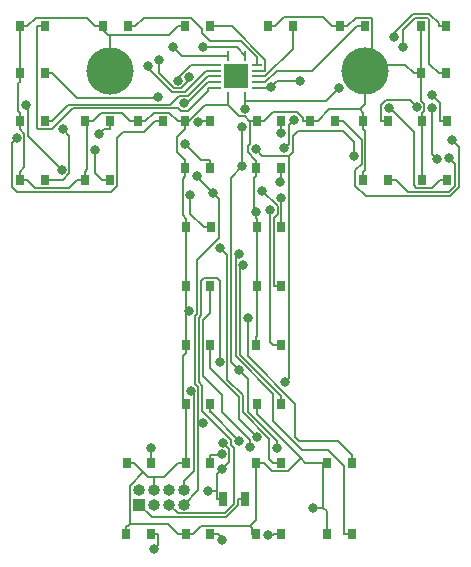
<source format=gbr>
G04 #@! TF.GenerationSoftware,KiCad,Pcbnew,(5.0.0)*
G04 #@! TF.CreationDate,2019-05-30T18:33:38-04:00*
G04 #@! TF.ProjectId,Tiny-er T,54696E792D657220542E6B696361645F,rev?*
G04 #@! TF.SameCoordinates,Original*
G04 #@! TF.FileFunction,Copper,L1,Top,Signal*
G04 #@! TF.FilePolarity,Positive*
%FSLAX46Y46*%
G04 Gerber Fmt 4.6, Leading zero omitted, Abs format (unit mm)*
G04 Created by KiCad (PCBNEW (5.0.0)) date 05/30/19 18:33:38*
%MOMM*%
%LPD*%
G01*
G04 APERTURE LIST*
G04 #@! TA.AperFunction,SMDPad,CuDef*
%ADD10R,0.800000X0.900000*%
G04 #@! TD*
G04 #@! TA.AperFunction,SMDPad,CuDef*
%ADD11R,2.050000X2.050000*%
G04 #@! TD*
G04 #@! TA.AperFunction,SMDPad,CuDef*
%ADD12R,0.279908X0.849884*%
G04 #@! TD*
G04 #@! TA.AperFunction,SMDPad,CuDef*
%ADD13R,0.849884X0.279908*%
G04 #@! TD*
G04 #@! TA.AperFunction,SMDPad,CuDef*
%ADD14R,0.700000X1.300000*%
G04 #@! TD*
G04 #@! TA.AperFunction,ComponentPad*
%ADD15C,4.000000*%
G04 #@! TD*
G04 #@! TA.AperFunction,ComponentPad*
%ADD16O,1.000000X1.000000*%
G04 #@! TD*
G04 #@! TA.AperFunction,ComponentPad*
%ADD17R,1.000000X1.000000*%
G04 #@! TD*
G04 #@! TA.AperFunction,ViaPad*
%ADD18C,0.800000*%
G04 #@! TD*
G04 #@! TA.AperFunction,Conductor*
%ADD19C,0.160000*%
G04 #@! TD*
G04 APERTURE END LIST*
D10*
G04 #@! TO.P,D1,1*
G04 #@! TO.N,GND*
X91900000Y-91000000D03*
G04 #@! TO.P,D1,2*
G04 #@! TO.N,Net-(D1-Pad2)*
X94000000Y-91000000D03*
G04 #@! TD*
G04 #@! TO.P,D2,1*
G04 #@! TO.N,GND*
X91900000Y-86000000D03*
G04 #@! TO.P,D2,2*
G04 #@! TO.N,Net-(D2-Pad2)*
X94000000Y-86000000D03*
G04 #@! TD*
G04 #@! TO.P,D3,1*
G04 #@! TO.N,GND*
X91900000Y-82000000D03*
G04 #@! TO.P,D3,2*
G04 #@! TO.N,Net-(D3-Pad2)*
X94000000Y-82000000D03*
G04 #@! TD*
G04 #@! TO.P,D4,1*
G04 #@! TO.N,GND*
X91900000Y-78000000D03*
G04 #@! TO.P,D4,2*
G04 #@! TO.N,Net-(D4-Pad2)*
X94000000Y-78000000D03*
G04 #@! TD*
G04 #@! TO.P,D5,1*
G04 #@! TO.N,GND*
X98950000Y-78000000D03*
G04 #@! TO.P,D5,2*
G04 #@! TO.N,Net-(D5-Pad2)*
X101050000Y-78000000D03*
G04 #@! TD*
G04 #@! TO.P,D6,1*
G04 #@! TO.N,GND*
X105900000Y-78000000D03*
G04 #@! TO.P,D6,2*
G04 #@! TO.N,Net-(D6-Pad2)*
X108000000Y-78000000D03*
G04 #@! TD*
G04 #@! TO.P,D7,1*
G04 #@! TO.N,GND*
X112900000Y-78000000D03*
G04 #@! TO.P,D7,2*
G04 #@! TO.N,Net-(D7-Pad2)*
X115000000Y-78000000D03*
G04 #@! TD*
G04 #@! TO.P,D8,1*
G04 #@! TO.N,GND*
X119000000Y-78000000D03*
G04 #@! TO.P,D8,2*
G04 #@! TO.N,Net-(D8-Pad2)*
X121100000Y-78000000D03*
G04 #@! TD*
G04 #@! TO.P,D9,1*
G04 #@! TO.N,GND*
X125900000Y-78000000D03*
G04 #@! TO.P,D9,2*
G04 #@! TO.N,Net-(D9-Pad2)*
X128000000Y-78000000D03*
G04 #@! TD*
G04 #@! TO.P,D10,1*
G04 #@! TO.N,GND*
X125900000Y-82000000D03*
G04 #@! TO.P,D10,2*
G04 #@! TO.N,Net-(D10-Pad2)*
X128000000Y-82000000D03*
G04 #@! TD*
G04 #@! TO.P,D11,1*
G04 #@! TO.N,GND*
X126000000Y-86000000D03*
G04 #@! TO.P,D11,2*
G04 #@! TO.N,Net-(D11-Pad2)*
X128100000Y-86000000D03*
G04 #@! TD*
G04 #@! TO.P,D12,1*
G04 #@! TO.N,GND*
X126000000Y-91000000D03*
G04 #@! TO.P,D12,2*
G04 #@! TO.N,Net-(D12-Pad2)*
X128100000Y-91000000D03*
G04 #@! TD*
G04 #@! TO.P,D13,1*
G04 #@! TO.N,GND*
X121000000Y-91000000D03*
G04 #@! TO.P,D13,2*
G04 #@! TO.N,Net-(D13-Pad2)*
X123100000Y-91000000D03*
G04 #@! TD*
G04 #@! TO.P,D14,1*
G04 #@! TO.N,GND*
X121000000Y-86000000D03*
G04 #@! TO.P,D14,2*
G04 #@! TO.N,Net-(D14-Pad2)*
X123100000Y-86000000D03*
G04 #@! TD*
G04 #@! TO.P,D15,1*
G04 #@! TO.N,GND*
X116500000Y-86000000D03*
G04 #@! TO.P,D15,2*
G04 #@! TO.N,Net-(D15-Pad2)*
X118600000Y-86000000D03*
G04 #@! TD*
G04 #@! TO.P,D16,1*
G04 #@! TO.N,GND*
X111950000Y-86000000D03*
G04 #@! TO.P,D16,2*
G04 #@! TO.N,Net-(D16-Pad2)*
X114050000Y-86000000D03*
G04 #@! TD*
G04 #@! TO.P,D17,1*
G04 #@! TO.N,GND*
X111900000Y-90000000D03*
G04 #@! TO.P,D17,2*
G04 #@! TO.N,Net-(D17-Pad2)*
X114000000Y-90000000D03*
G04 #@! TD*
G04 #@! TO.P,D18,1*
G04 #@! TO.N,GND*
X111950000Y-95000000D03*
G04 #@! TO.P,D18,2*
G04 #@! TO.N,Net-(D18-Pad2)*
X114050000Y-95000000D03*
G04 #@! TD*
G04 #@! TO.P,D19,1*
G04 #@! TO.N,GND*
X111950000Y-100000000D03*
G04 #@! TO.P,D19,2*
G04 #@! TO.N,Net-(D19-Pad2)*
X114050000Y-100000000D03*
G04 #@! TD*
G04 #@! TO.P,D20,1*
G04 #@! TO.N,GND*
X111900000Y-105000000D03*
G04 #@! TO.P,D20,2*
G04 #@! TO.N,Net-(D20-Pad2)*
X114000000Y-105000000D03*
G04 #@! TD*
G04 #@! TO.P,D21,1*
G04 #@! TO.N,GND*
X111900000Y-115000000D03*
G04 #@! TO.P,D21,2*
G04 #@! TO.N,Net-(D21-Pad2)*
X114000000Y-115000000D03*
G04 #@! TD*
G04 #@! TO.P,D22,1*
G04 #@! TO.N,GND*
X117900000Y-115000000D03*
G04 #@! TO.P,D22,2*
G04 #@! TO.N,Net-(D22-Pad2)*
X120000000Y-115000000D03*
G04 #@! TD*
G04 #@! TO.P,D23,1*
G04 #@! TO.N,GND*
X117900000Y-121000000D03*
G04 #@! TO.P,D23,2*
G04 #@! TO.N,Net-(D23-Pad2)*
X120000000Y-121000000D03*
G04 #@! TD*
G04 #@! TO.P,D24,1*
G04 #@! TO.N,GND*
X111950000Y-110000000D03*
G04 #@! TO.P,D24,2*
G04 #@! TO.N,Net-(D24-Pad2)*
X114050000Y-110000000D03*
G04 #@! TD*
D11*
G04 #@! TO.P,U2,15*
G04 #@! TO.N,N/C*
X110250000Y-82250000D03*
D12*
G04 #@! TO.P,U2,14*
G04 #@! TO.N,VCC*
X111000001Y-80519000D03*
D13*
G04 #@! TO.P,U2,13*
G04 #@! TO.N,Net-(D5-Pad2)*
X112019001Y-81249999D03*
G04 #@! TO.P,U2,12*
G04 #@! TO.N,Net-(D6-Pad2)*
X112019001Y-81750001D03*
G04 #@! TO.P,U2,11*
G04 #@! TO.N,Net-(D7-Pad2)*
X112019001Y-82250000D03*
G04 #@! TO.P,U2,10*
G04 #@! TO.N,Net-(D8-Pad2)*
X112019001Y-82749999D03*
G04 #@! TO.P,U2,9*
G04 #@! TO.N,CLR*
X112019001Y-83250001D03*
D12*
G04 #@! TO.P,U2,8*
G04 #@! TO.N,CLK*
X111000001Y-83981000D03*
G04 #@! TO.P,U2,7*
G04 #@! TO.N,GND*
X109499999Y-83981000D03*
D13*
G04 #@! TO.P,U2,6*
G04 #@! TO.N,Net-(D4-Pad2)*
X108480999Y-83250001D03*
G04 #@! TO.P,U2,5*
G04 #@! TO.N,Net-(D3-Pad2)*
X108480999Y-82749999D03*
G04 #@! TO.P,U2,4*
G04 #@! TO.N,Net-(D2-Pad2)*
X108480999Y-82250000D03*
G04 #@! TO.P,U2,3*
G04 #@! TO.N,Net-(D1-Pad2)*
X108480999Y-81750001D03*
G04 #@! TO.P,U2,2*
G04 #@! TO.N,B*
X108480999Y-81249999D03*
D12*
G04 #@! TO.P,U2,1*
G04 #@! TO.N,A*
X109499999Y-80519000D03*
G04 #@! TD*
D10*
G04 #@! TO.P,D25,1*
G04 #@! TO.N,GND*
X111900000Y-121000000D03*
G04 #@! TO.P,D25,2*
G04 #@! TO.N,Net-(D25-Pad2)*
X114000000Y-121000000D03*
G04 #@! TD*
G04 #@! TO.P,D26,1*
G04 #@! TO.N,GND*
X105950000Y-121000000D03*
G04 #@! TO.P,D26,2*
G04 #@! TO.N,Net-(D26-Pad2)*
X108050000Y-121000000D03*
G04 #@! TD*
G04 #@! TO.P,D27,1*
G04 #@! TO.N,GND*
X100900000Y-121000000D03*
G04 #@! TO.P,D27,2*
G04 #@! TO.N,Net-(D27-Pad2)*
X103000000Y-121000000D03*
G04 #@! TD*
G04 #@! TO.P,D28,1*
G04 #@! TO.N,GND*
X100950000Y-115000000D03*
G04 #@! TO.P,D28,2*
G04 #@! TO.N,Net-(D28-Pad2)*
X103050000Y-115000000D03*
G04 #@! TD*
G04 #@! TO.P,D29,1*
G04 #@! TO.N,GND*
X105950000Y-115000000D03*
G04 #@! TO.P,D29,2*
G04 #@! TO.N,Net-(D29-Pad2)*
X108050000Y-115000000D03*
G04 #@! TD*
G04 #@! TO.P,D30,1*
G04 #@! TO.N,GND*
X105950000Y-110000000D03*
G04 #@! TO.P,D30,2*
G04 #@! TO.N,Net-(D30-Pad2)*
X108050000Y-110000000D03*
G04 #@! TD*
G04 #@! TO.P,D31,1*
G04 #@! TO.N,GND*
X105950000Y-105000000D03*
G04 #@! TO.P,D31,2*
G04 #@! TO.N,Net-(D31-Pad2)*
X108050000Y-105000000D03*
G04 #@! TD*
G04 #@! TO.P,D32,1*
G04 #@! TO.N,GND*
X105950000Y-100000000D03*
G04 #@! TO.P,D32,2*
G04 #@! TO.N,Net-(D32-Pad2)*
X108050000Y-100000000D03*
G04 #@! TD*
G04 #@! TO.P,D33,2*
G04 #@! TO.N,Net-(D33-Pad2)*
X108100000Y-95000000D03*
G04 #@! TO.P,D33,1*
G04 #@! TO.N,GND*
X106000000Y-95000000D03*
G04 #@! TD*
G04 #@! TO.P,D34,1*
G04 #@! TO.N,GND*
X105900000Y-90000000D03*
G04 #@! TO.P,D34,2*
G04 #@! TO.N,Net-(D34-Pad2)*
X108000000Y-90000000D03*
G04 #@! TD*
G04 #@! TO.P,D35,2*
G04 #@! TO.N,Net-(D35-Pad2)*
X108000000Y-86000000D03*
G04 #@! TO.P,D35,1*
G04 #@! TO.N,GND*
X105900000Y-86000000D03*
G04 #@! TD*
G04 #@! TO.P,D36,1*
G04 #@! TO.N,GND*
X101900000Y-86000000D03*
G04 #@! TO.P,D36,2*
G04 #@! TO.N,Net-(D36-Pad2)*
X104000000Y-86000000D03*
G04 #@! TD*
G04 #@! TO.P,D37,2*
G04 #@! TO.N,Net-(D37-Pad2)*
X99550000Y-86000000D03*
G04 #@! TO.P,D37,1*
G04 #@! TO.N,GND*
X97450000Y-86000000D03*
G04 #@! TD*
G04 #@! TO.P,D38,1*
G04 #@! TO.N,GND*
X97400000Y-91000000D03*
G04 #@! TO.P,D38,2*
G04 #@! TO.N,Net-(D38-Pad2)*
X99500000Y-91000000D03*
G04 #@! TD*
D14*
G04 #@! TO.P,R1,2*
G04 #@! TO.N,RST*
X111000000Y-118000000D03*
G04 #@! TO.P,R1,1*
G04 #@! TO.N,VCC*
X109100000Y-118000000D03*
G04 #@! TD*
D15*
G04 #@! TO.P,J1,2*
G04 #@! TO.N,GND*
X99567000Y-81826100D03*
X121167000Y-81826100D03*
G04 #@! TD*
D16*
G04 #@! TO.P,J2,8*
G04 #@! TO.N,VCC*
X105810000Y-117230000D03*
G04 #@! TO.P,J2,7*
G04 #@! TO.N,B*
X105810000Y-118500000D03*
G04 #@! TO.P,J2,6*
G04 #@! TO.N,A*
X104540000Y-117230000D03*
G04 #@! TO.P,J2,5*
G04 #@! TO.N,SW1*
X104540000Y-118500000D03*
G04 #@! TO.P,J2,4*
G04 #@! TO.N,GND*
X103270000Y-117230000D03*
G04 #@! TO.P,J2,3*
G04 #@! TO.N,CLK*
X103270000Y-118500000D03*
G04 #@! TO.P,J2,2*
G04 #@! TO.N,CLR*
X102000000Y-117230000D03*
D17*
G04 #@! TO.P,J2,1*
G04 #@! TO.N,RST*
X102000000Y-118500000D03*
G04 #@! TD*
D18*
G04 #@! TO.N,Net-(D1-Pad2)*
X95539900Y-86692800D03*
X102783000Y-81345800D03*
G04 #@! TO.N,Net-(D3-Pad2)*
X103580600Y-83995700D03*
X105808300Y-84538200D03*
G04 #@! TO.N,Net-(D9-Pad2)*
X123585000Y-78941600D03*
G04 #@! TO.N,Net-(D10-Pad2)*
X124384700Y-79762400D03*
G04 #@! TO.N,Net-(D11-Pad2)*
X126796300Y-83828600D03*
G04 #@! TO.N,Net-(D12-Pad2)*
X123130100Y-84965400D03*
G04 #@! TO.N,Net-(D13-Pad2)*
X128256500Y-89189400D03*
G04 #@! TO.N,Net-(D14-Pad2)*
X125517600Y-84841500D03*
X126798300Y-84933900D03*
X127261300Y-89279100D03*
G04 #@! TO.N,Net-(D15-Pad2)*
X128507200Y-87647800D03*
G04 #@! TO.N,Net-(D16-Pad2)*
X114050000Y-87018000D03*
G04 #@! TO.N,Net-(D17-Pad2)*
X113903000Y-91207600D03*
G04 #@! TO.N,Net-(D18-Pad2)*
X114050000Y-92577500D03*
G04 #@! TO.N,Net-(D19-Pad2)*
X112380800Y-91914000D03*
G04 #@! TO.N,Net-(D20-Pad2)*
X113063100Y-93572200D03*
G04 #@! TO.N,Net-(D21-Pad2)*
X108851500Y-96742900D03*
G04 #@! TO.N,Net-(D22-Pad2)*
X111259700Y-102691800D03*
G04 #@! TO.N,Net-(D23-Pad2)*
X110450800Y-97268600D03*
G04 #@! TO.N,Net-(D24-Pad2)*
X110837100Y-98233600D03*
G04 #@! TO.N,GND*
X106261000Y-102083200D03*
X116687300Y-118749100D03*
X111900000Y-93750000D03*
G04 #@! TO.N,VCC*
X107826200Y-117348700D03*
X107455100Y-79801400D03*
X109135100Y-113282600D03*
X106381500Y-108845400D03*
X109030500Y-115530800D03*
G04 #@! TO.N,CLR*
X115115200Y-85924800D03*
X114313300Y-88345700D03*
X115663900Y-82678900D03*
X113197200Y-83153900D03*
G04 #@! TO.N,CLK*
X113669900Y-113752600D03*
X110748300Y-89874600D03*
X110486800Y-107146300D03*
X118923400Y-83236200D03*
X110727100Y-86529000D03*
X111000000Y-84967300D03*
G04 #@! TO.N,A*
X111876600Y-88423000D03*
X95463700Y-90174400D03*
X92424200Y-84655600D03*
X104875600Y-79785600D03*
X120165800Y-88954000D03*
X114347100Y-108128500D03*
G04 #@! TO.N,B*
X106890200Y-90721800D03*
X108286800Y-92161300D03*
X107447800Y-111626800D03*
X105281000Y-82604200D03*
G04 #@! TO.N,Net-(D25-Pad2)*
X112950000Y-121056500D03*
G04 #@! TO.N,Net-(D26-Pad2)*
X109039900Y-121495400D03*
G04 #@! TO.N,Net-(D27-Pad2)*
X103294600Y-122242200D03*
G04 #@! TO.N,Net-(D28-Pad2)*
X103050000Y-113685200D03*
G04 #@! TO.N,Net-(D29-Pad2)*
X108991600Y-114250100D03*
G04 #@! TO.N,Net-(D30-Pad2)*
X110504200Y-113121600D03*
G04 #@! TO.N,Net-(D31-Pad2)*
X112001200Y-112819100D03*
G04 #@! TO.N,Net-(D32-Pad2)*
X111426200Y-113655700D03*
G04 #@! TO.N,Net-(D33-Pad2)*
X106335600Y-92270100D03*
G04 #@! TO.N,Net-(D34-Pad2)*
X105876400Y-87953500D03*
G04 #@! TO.N,Net-(D35-Pad2)*
X107028400Y-86122700D03*
X106268200Y-82274300D03*
X103708600Y-80862600D03*
G04 #@! TO.N,Net-(D36-Pad2)*
X91655200Y-87489500D03*
G04 #@! TO.N,Net-(D37-Pad2)*
X98590100Y-87095200D03*
G04 #@! TO.N,Net-(D38-Pad2)*
X98263400Y-88446300D03*
G04 #@! TO.N,SW1*
X108849500Y-106464000D03*
G04 #@! TD*
D19*
G04 #@! TO.N,Net-(D1-Pad2)*
X102783000Y-81345800D02*
X102783000Y-81572300D01*
X102783000Y-81572300D02*
X104779700Y-83569000D01*
X104779700Y-83569000D02*
X105879000Y-83569000D01*
X105879000Y-83569000D02*
X107698000Y-81750000D01*
X107698000Y-81750000D02*
X108481000Y-81750000D01*
X95539900Y-86692800D02*
X96107900Y-87260800D01*
X96107900Y-87260800D02*
X96107900Y-90438200D01*
X96107900Y-90438200D02*
X95546100Y-91000000D01*
X95546100Y-91000000D02*
X94000000Y-91000000D01*
G04 #@! TO.N,Net-(D2-Pad2)*
X94640300Y-86000000D02*
X96004300Y-84636000D01*
X96004300Y-84636000D02*
X104641200Y-84636000D01*
X104641200Y-84636000D02*
X105387900Y-83889300D01*
X105387900Y-83889300D02*
X106176500Y-83889300D01*
X106176500Y-83889300D02*
X107815800Y-82250000D01*
X108481000Y-82250000D02*
X107815800Y-82250000D01*
X94000000Y-86000000D02*
X94640300Y-86000000D01*
G04 #@! TO.N,Net-(D3-Pad2)*
X94640300Y-82000000D02*
X96713200Y-84072900D01*
X96713200Y-84072900D02*
X103503400Y-84072900D01*
X103503400Y-84072900D02*
X103580600Y-83995700D01*
X107815800Y-82750000D02*
X106027600Y-84538200D01*
X106027600Y-84538200D02*
X105808300Y-84538200D01*
X108481000Y-82750000D02*
X107815800Y-82750000D01*
X94000000Y-82000000D02*
X94640300Y-82000000D01*
G04 #@! TO.N,Net-(D4-Pad2)*
X107815800Y-83250000D02*
X107815800Y-83466600D01*
X107815800Y-83466600D02*
X106103900Y-85178500D01*
X106103900Y-85178500D02*
X105511900Y-85178500D01*
X105511900Y-85178500D02*
X105289700Y-84956300D01*
X105289700Y-84956300D02*
X96371000Y-84956300D01*
X96371000Y-84956300D02*
X94634600Y-86692700D01*
X94634600Y-86692700D02*
X93436000Y-86692700D01*
X93436000Y-86692700D02*
X93359700Y-86616400D01*
X93359700Y-86616400D02*
X93359700Y-78000000D01*
X94000000Y-78000000D02*
X93359700Y-78000000D01*
X108481000Y-83250000D02*
X107815800Y-83250000D01*
G04 #@! TO.N,Net-(D5-Pad2)*
X101690300Y-78000000D02*
X102380700Y-77309600D01*
X102380700Y-77309600D02*
X106402900Y-77309600D01*
X106402900Y-77309600D02*
X107359600Y-78266300D01*
X107359600Y-78266300D02*
X107359600Y-78585300D01*
X107359600Y-78585300D02*
X107991100Y-79216800D01*
X107991100Y-79216800D02*
X110617400Y-79216800D01*
X110617400Y-79216800D02*
X112019000Y-80618400D01*
X112019000Y-80618400D02*
X112019000Y-81250000D01*
X101050000Y-78000000D02*
X101690300Y-78000000D01*
G04 #@! TO.N,Net-(D6-Pad2)*
X112019000Y-81750000D02*
X112684200Y-81750000D01*
X112684200Y-81750000D02*
X112684200Y-80830500D01*
X112684200Y-80830500D02*
X109853700Y-78000000D01*
X109853700Y-78000000D02*
X108000000Y-78000000D01*
G04 #@! TO.N,Net-(D7-Pad2)*
X112684200Y-82250000D02*
X115000000Y-79934200D01*
X115000000Y-79934200D02*
X115000000Y-78000000D01*
X112019000Y-82250000D02*
X112684200Y-82250000D01*
G04 #@! TO.N,Net-(D8-Pad2)*
X112684200Y-82750000D02*
X113650700Y-81783500D01*
X113650700Y-81783500D02*
X116676200Y-81783500D01*
X116676200Y-81783500D02*
X120459700Y-78000000D01*
X112019000Y-82750000D02*
X112684200Y-82750000D01*
X121100000Y-78000000D02*
X120459700Y-78000000D01*
G04 #@! TO.N,Net-(D9-Pad2)*
X127359700Y-78000000D02*
X127359700Y-77745200D01*
X127359700Y-77745200D02*
X126593000Y-76978500D01*
X126593000Y-76978500D02*
X125175200Y-76978500D01*
X125175200Y-76978500D02*
X123585100Y-78568600D01*
X123585100Y-78568600D02*
X123585100Y-78941600D01*
X123585100Y-78941600D02*
X123585000Y-78941600D01*
X128000000Y-78000000D02*
X127359700Y-78000000D01*
G04 #@! TO.N,Net-(D10-Pad2)*
X128000000Y-82000000D02*
X127359700Y-82000000D01*
X124384700Y-79762400D02*
X124384700Y-78306300D01*
X124384700Y-78306300D02*
X125392200Y-77298800D01*
X125392200Y-77298800D02*
X126432100Y-77298800D01*
X126432100Y-77298800D02*
X126592200Y-77458900D01*
X126592200Y-77458900D02*
X126592200Y-81232500D01*
X126592200Y-81232500D02*
X127359700Y-82000000D01*
G04 #@! TO.N,Net-(D11-Pad2)*
X127459700Y-86000000D02*
X127459700Y-84492000D01*
X127459700Y-84492000D02*
X126796300Y-83828600D01*
X128100000Y-86000000D02*
X127459700Y-86000000D01*
G04 #@! TO.N,Net-(D12-Pad2)*
X127459700Y-91000000D02*
X126769300Y-91690400D01*
X126769300Y-91690400D02*
X125472700Y-91690400D01*
X125472700Y-91690400D02*
X125240200Y-91457900D01*
X125240200Y-91457900D02*
X125240200Y-86916800D01*
X125240200Y-86916800D02*
X123288800Y-84965400D01*
X123288800Y-84965400D02*
X123130100Y-84965400D01*
X128100000Y-91000000D02*
X127459700Y-91000000D01*
G04 #@! TO.N,Net-(D13-Pad2)*
X123740300Y-91000000D02*
X124782100Y-92041800D01*
X124782100Y-92041800D02*
X128248100Y-92041800D01*
X128248100Y-92041800D02*
X128740400Y-91549500D01*
X128740400Y-91549500D02*
X128740400Y-89673300D01*
X128740400Y-89673300D02*
X128256500Y-89189400D01*
X123100000Y-91000000D02*
X123740300Y-91000000D01*
G04 #@! TO.N,Net-(D14-Pad2)*
X123100000Y-86000000D02*
X122459700Y-86000000D01*
X125517600Y-84841500D02*
X124952200Y-84276100D01*
X124952200Y-84276100D02*
X122869900Y-84276100D01*
X122869900Y-84276100D02*
X122459700Y-84686300D01*
X122459700Y-84686300D02*
X122459700Y-86000000D01*
X127261300Y-89279100D02*
X126798300Y-88816100D01*
X126798300Y-88816100D02*
X126798300Y-84933900D01*
G04 #@! TO.N,Net-(D15-Pad2)*
X128507200Y-87647800D02*
X129107100Y-88247700D01*
X129107100Y-88247700D02*
X129107100Y-91635900D01*
X129107100Y-91635900D02*
X128344300Y-92398700D01*
X128344300Y-92398700D02*
X121174800Y-92398700D01*
X121174800Y-92398700D02*
X120306500Y-91530400D01*
X120306500Y-91530400D02*
X120306500Y-90159900D01*
X120306500Y-90159900D02*
X120840600Y-89625800D01*
X120840600Y-89625800D02*
X120840600Y-87600300D01*
X120840600Y-87600300D02*
X119240300Y-86000000D01*
X118600000Y-86000000D02*
X119240300Y-86000000D01*
G04 #@! TO.N,Net-(D16-Pad2)*
X114050000Y-86000000D02*
X114050000Y-87018000D01*
G04 #@! TO.N,Net-(D17-Pad2)*
X113903000Y-91207600D02*
X114000000Y-91110600D01*
X114000000Y-91110600D02*
X114000000Y-90000000D01*
G04 #@! TO.N,Net-(D18-Pad2)*
X114050000Y-92577500D02*
X114050000Y-95000000D01*
G04 #@! TO.N,Net-(D19-Pad2)*
X113409700Y-100000000D02*
X113409700Y-94222500D01*
X113409700Y-94222500D02*
X113729600Y-93902600D01*
X113729600Y-93902600D02*
X113729600Y-93262800D01*
X113729600Y-93262800D02*
X112380800Y-91914000D01*
X114050000Y-100000000D02*
X113409700Y-100000000D01*
G04 #@! TO.N,Net-(D20-Pad2)*
X113359700Y-105000000D02*
X113063100Y-104703400D01*
X113063100Y-104703400D02*
X113063100Y-93572200D01*
X114000000Y-105000000D02*
X113359700Y-105000000D01*
G04 #@! TO.N,Net-(D21-Pad2)*
X108851500Y-96742900D02*
X109489900Y-97381300D01*
X109489900Y-97381300D02*
X109489900Y-107956100D01*
X109489900Y-107956100D02*
X110784700Y-109250900D01*
X110784700Y-109250900D02*
X110784700Y-110697000D01*
X110784700Y-110697000D02*
X113029600Y-112941900D01*
X113029600Y-112941900D02*
X113029600Y-114669900D01*
X113029600Y-114669900D02*
X113359700Y-115000000D01*
X114000000Y-115000000D02*
X113359700Y-115000000D01*
G04 #@! TO.N,Net-(D22-Pad2)*
X120000000Y-114309700D02*
X118817100Y-113126800D01*
X118817100Y-113126800D02*
X115552900Y-113126800D01*
X115552900Y-113126800D02*
X115247500Y-112821400D01*
X115247500Y-112821400D02*
X115247500Y-109949000D01*
X115247500Y-109949000D02*
X111259700Y-105961200D01*
X111259700Y-105961200D02*
X111259700Y-102691800D01*
X120000000Y-115000000D02*
X120000000Y-114309700D01*
G04 #@! TO.N,Net-(D23-Pad2)*
X119359700Y-121000000D02*
X119359700Y-115203300D01*
X119359700Y-115203300D02*
X118037600Y-113881200D01*
X118037600Y-113881200D02*
X115827100Y-113881200D01*
X115827100Y-113881200D02*
X113374700Y-111428800D01*
X113374700Y-111428800D02*
X113374700Y-109128700D01*
X113374700Y-109128700D02*
X110179800Y-105933800D01*
X110179800Y-105933800D02*
X110179800Y-97539600D01*
X110179800Y-97539600D02*
X110450800Y-97268600D01*
X120000000Y-121000000D02*
X119359700Y-121000000D01*
G04 #@! TO.N,Net-(D24-Pad2)*
X114050000Y-109309700D02*
X110553900Y-105813600D01*
X110553900Y-105813600D02*
X110553900Y-98516800D01*
X110553900Y-98516800D02*
X110837100Y-98233600D01*
X114050000Y-110000000D02*
X114050000Y-109309700D01*
G04 #@! TO.N,GND*
X115673200Y-114592400D02*
X116080800Y-115000000D01*
X116080800Y-115000000D02*
X117259700Y-115000000D01*
X111950000Y-110000000D02*
X111950000Y-110869200D01*
X111950000Y-110869200D02*
X115673200Y-114592400D01*
X115673200Y-114592400D02*
X114575200Y-115690400D01*
X114575200Y-115690400D02*
X113230700Y-115690400D01*
X113230700Y-115690400D02*
X112540300Y-115000000D01*
X111900000Y-90690300D02*
X111740500Y-90849800D01*
X111740500Y-90849800D02*
X111740500Y-93590500D01*
X111740500Y-93590500D02*
X111900000Y-93750000D01*
X111900000Y-90000000D02*
X111900000Y-90690300D01*
X105900000Y-90690300D02*
X105695300Y-90895000D01*
X105695300Y-90895000D02*
X105695300Y-94005000D01*
X105695300Y-94005000D02*
X106000000Y-94309700D01*
X111320000Y-86000000D02*
X111388700Y-86068700D01*
X111388700Y-86068700D02*
X111388700Y-88005500D01*
X111388700Y-88005500D02*
X111236300Y-88157900D01*
X111236300Y-88157900D02*
X111236300Y-88688100D01*
X111236300Y-88688100D02*
X111857900Y-89309700D01*
X111857900Y-89309700D02*
X111900000Y-89309700D01*
X111900000Y-90000000D02*
X111900000Y-89309700D01*
X111320000Y-86000000D02*
X111309700Y-86000000D01*
X111950000Y-86000000D02*
X111320000Y-86000000D01*
X109500000Y-84646200D02*
X110484000Y-85630200D01*
X110484000Y-85630200D02*
X110939900Y-85630200D01*
X110939900Y-85630200D02*
X111309700Y-86000000D01*
X105900000Y-86345100D02*
X107598900Y-84646200D01*
X107598900Y-84646200D02*
X109500000Y-84646200D01*
X111900000Y-115000000D02*
X112540300Y-115000000D01*
X111369700Y-120309600D02*
X107280700Y-120309600D01*
X107280700Y-120309600D02*
X106590300Y-121000000D01*
X111579900Y-121000000D02*
X111579900Y-120519800D01*
X111579900Y-120519800D02*
X111369700Y-120309600D01*
X111369700Y-120309600D02*
X111900000Y-119779300D01*
X111900000Y-119779300D02*
X111900000Y-115000000D01*
X109500000Y-83981000D02*
X109500000Y-84646200D01*
X105900000Y-86345100D02*
X105900000Y-86690300D01*
X105900000Y-86000000D02*
X105900000Y-86345100D01*
X105900000Y-86690300D02*
X105236100Y-87354200D01*
X105236100Y-87354200D02*
X105236100Y-88645800D01*
X105236100Y-88645800D02*
X105900000Y-89309700D01*
X105900000Y-90000000D02*
X105900000Y-89309700D01*
X105950000Y-102083200D02*
X105950000Y-105000000D01*
X105950000Y-100000000D02*
X105950000Y-102083200D01*
X105950000Y-102083200D02*
X106261000Y-102083200D01*
X105950000Y-105000000D02*
X105950000Y-105690300D01*
X105950000Y-110345100D02*
X105694500Y-110089600D01*
X105694500Y-110089600D02*
X105694500Y-105945800D01*
X105694500Y-105945800D02*
X105950000Y-105690300D01*
X105950000Y-110345100D02*
X105950000Y-110690300D01*
X105950000Y-110000000D02*
X105950000Y-110345100D01*
X100900000Y-121000000D02*
X100900000Y-120309700D01*
X101250900Y-120111000D02*
X104420700Y-120111000D01*
X104420700Y-120111000D02*
X105309700Y-121000000D01*
X100900000Y-120309700D02*
X101052200Y-120309700D01*
X101052200Y-120309700D02*
X101250900Y-120111000D01*
X102372600Y-115782300D02*
X101250900Y-116904000D01*
X101250900Y-116904000D02*
X101250900Y-120111000D01*
X105950000Y-121000000D02*
X105309700Y-121000000D01*
X105950000Y-121000000D02*
X106590300Y-121000000D01*
X102372600Y-115782300D02*
X101590300Y-115000000D01*
X103270000Y-116203400D02*
X102793700Y-116203400D01*
X102793700Y-116203400D02*
X102372600Y-115782300D01*
X100950000Y-115000000D02*
X101590300Y-115000000D01*
X103270000Y-116203400D02*
X103270000Y-116489700D01*
X105309700Y-115000000D02*
X104106300Y-116203400D01*
X104106300Y-116203400D02*
X103270000Y-116203400D01*
X105950000Y-115000000D02*
X105309700Y-115000000D01*
X97400000Y-91000000D02*
X97400000Y-90309700D01*
X97621600Y-86000000D02*
X97621600Y-90088100D01*
X97621600Y-90088100D02*
X97400000Y-90309700D01*
X97621600Y-86000000D02*
X98090300Y-86000000D01*
X97450000Y-86000000D02*
X97621600Y-86000000D01*
X97400000Y-91000000D02*
X96759700Y-91000000D01*
X96759700Y-91000000D02*
X96069300Y-91690400D01*
X96069300Y-91690400D02*
X93230700Y-91690400D01*
X93230700Y-91690400D02*
X92540300Y-91000000D01*
X91900000Y-91000000D02*
X92540300Y-91000000D01*
X91900000Y-90309700D02*
X92295500Y-89914200D01*
X92295500Y-89914200D02*
X92295500Y-87085800D01*
X92295500Y-87085800D02*
X91900000Y-86690300D01*
X91900000Y-86000000D02*
X91900000Y-86690300D01*
X126000000Y-85309700D02*
X126157900Y-85151800D01*
X126157900Y-85151800D02*
X126157900Y-84576300D01*
X126157900Y-84576300D02*
X125900000Y-84318400D01*
X125900000Y-84318400D02*
X125900000Y-82690300D01*
X115859700Y-86000000D02*
X115859700Y-85742800D01*
X115859700Y-85742800D02*
X115352800Y-85235900D01*
X115352800Y-85235900D02*
X113354400Y-85235900D01*
X113354400Y-85235900D02*
X112590300Y-86000000D01*
X121000000Y-90309700D02*
X121161000Y-90148700D01*
X121161000Y-90148700D02*
X121161000Y-86851300D01*
X121161000Y-86851300D02*
X121000000Y-86690300D01*
X117579900Y-118749100D02*
X117900000Y-119069200D01*
X117900000Y-119069200D02*
X117900000Y-121000000D01*
X116687300Y-118749100D02*
X117579900Y-118749100D01*
X117579900Y-115000000D02*
X117579900Y-118749100D01*
X117579900Y-115000000D02*
X117259700Y-115000000D01*
X117900000Y-115000000D02*
X117579900Y-115000000D01*
X116500000Y-86000000D02*
X117140300Y-86000000D01*
X120740200Y-85049900D02*
X121000000Y-85309700D01*
X117140300Y-86000000D02*
X118090400Y-85049900D01*
X118090400Y-85049900D02*
X120740200Y-85049900D01*
X120740200Y-85049900D02*
X121167000Y-84623100D01*
X121167000Y-84623100D02*
X121167000Y-81826100D01*
X116179900Y-86000000D02*
X116500000Y-86000000D01*
X116179900Y-86000000D02*
X115859700Y-86000000D01*
X111950000Y-86000000D02*
X112590300Y-86000000D01*
X111900000Y-121000000D02*
X111579900Y-121000000D01*
X111900000Y-93750000D02*
X111900000Y-94259700D01*
X111900000Y-94259700D02*
X111950000Y-94309700D01*
X111950000Y-95000000D02*
X111950000Y-94309700D01*
X111950000Y-95690300D02*
X111950000Y-99309700D01*
X111900000Y-105000000D02*
X111900000Y-104309700D01*
X111900000Y-104309700D02*
X111950000Y-104259700D01*
X111950000Y-104259700D02*
X111950000Y-100000000D01*
X105900000Y-86000000D02*
X105259700Y-86000000D01*
X102540300Y-86000000D02*
X103230700Y-85309600D01*
X103230700Y-85309600D02*
X104569300Y-85309600D01*
X104569300Y-85309600D02*
X105259700Y-86000000D01*
X101900000Y-86000000D02*
X102540300Y-86000000D01*
X105900000Y-90264000D02*
X105900000Y-90000000D01*
X105900000Y-90264000D02*
X105900000Y-90690300D01*
X101900000Y-86000000D02*
X101259700Y-86000000D01*
X98090300Y-86000000D02*
X98780700Y-85309600D01*
X98780700Y-85309600D02*
X100569300Y-85309600D01*
X100569300Y-85309600D02*
X101259700Y-86000000D01*
X99567000Y-78744800D02*
X99374700Y-78744800D01*
X99374700Y-78744800D02*
X98629900Y-78000000D01*
X105259700Y-78000000D02*
X104514900Y-78744800D01*
X104514900Y-78744800D02*
X99567000Y-78744800D01*
X99567000Y-78744800D02*
X99567000Y-81826100D01*
X118359700Y-78000000D02*
X117614800Y-77255100D01*
X117614800Y-77255100D02*
X114285200Y-77255100D01*
X114285200Y-77255100D02*
X113540300Y-78000000D01*
X91900000Y-82690300D02*
X91743000Y-82847300D01*
X91743000Y-82847300D02*
X91743000Y-85152700D01*
X91743000Y-85152700D02*
X91900000Y-85309700D01*
X91900000Y-86000000D02*
X91900000Y-85309700D01*
X91900000Y-82000000D02*
X91900000Y-82690300D01*
X92220200Y-78000000D02*
X91900000Y-78320200D01*
X91900000Y-78320200D02*
X91900000Y-81309700D01*
X125900000Y-82000000D02*
X125900000Y-82690300D01*
X91900000Y-82000000D02*
X91900000Y-81309700D01*
X98309700Y-78000000D02*
X97593100Y-77283400D01*
X97593100Y-77283400D02*
X93256900Y-77283400D01*
X93256900Y-77283400D02*
X92540300Y-78000000D01*
X91900000Y-91000000D02*
X91900000Y-90309700D01*
X121740400Y-81252700D02*
X121167000Y-81826100D01*
X119640300Y-78000000D02*
X120330700Y-77309600D01*
X120330700Y-77309600D02*
X121664100Y-77309600D01*
X121664100Y-77309600D02*
X121740400Y-77385900D01*
X121740400Y-77385900D02*
X121740400Y-81252700D01*
X121740400Y-81252700D02*
X124512400Y-81252700D01*
X124512400Y-81252700D02*
X125259700Y-82000000D01*
X125900000Y-82000000D02*
X125259700Y-82000000D01*
X111950000Y-100000000D02*
X111950000Y-99309700D01*
X111950000Y-95000000D02*
X111950000Y-95690300D01*
X121000000Y-86000000D02*
X121000000Y-85309700D01*
X105950000Y-110690300D02*
X105950000Y-114309700D01*
X98629900Y-78000000D02*
X98309700Y-78000000D01*
X98950000Y-78000000D02*
X98629900Y-78000000D01*
X121000000Y-91000000D02*
X121000000Y-90309700D01*
X121000000Y-86000000D02*
X121000000Y-86690300D01*
X105950000Y-115000000D02*
X105950000Y-114309700D01*
X92220200Y-78000000D02*
X92540300Y-78000000D01*
X91900000Y-78000000D02*
X92220200Y-78000000D01*
X105900000Y-78000000D02*
X105259700Y-78000000D01*
X119000000Y-78000000D02*
X118359700Y-78000000D01*
X112900000Y-78000000D02*
X113540300Y-78000000D01*
X119000000Y-78000000D02*
X119640300Y-78000000D01*
X126000000Y-86000000D02*
X126000000Y-91000000D01*
X126000000Y-85654800D02*
X126000000Y-86000000D01*
X126000000Y-85654800D02*
X126000000Y-85309700D01*
X125900000Y-82000000D02*
X125900000Y-78000000D01*
X106000000Y-95690300D02*
X105950000Y-95740300D01*
X105950000Y-95740300D02*
X105950000Y-100000000D01*
X106000000Y-95000000D02*
X106000000Y-94309700D01*
X106000000Y-95000000D02*
X106000000Y-95690300D01*
X103270000Y-117230000D02*
X103270000Y-116489700D01*
G04 #@! TO.N,VCC*
X107826200Y-117348700D02*
X108622800Y-117348700D01*
X108622800Y-117348700D02*
X108622800Y-115938500D01*
X108622800Y-115938500D02*
X109030500Y-115530800D01*
X108622800Y-118000000D02*
X108622800Y-117348700D01*
X107455100Y-79801400D02*
X110282400Y-79801400D01*
X110282400Y-79801400D02*
X111000000Y-80519000D01*
X109135100Y-113282600D02*
X109135100Y-113288600D01*
X109135100Y-113288600D02*
X109647500Y-113801000D01*
X109647500Y-113801000D02*
X109647500Y-114913800D01*
X109647500Y-114913800D02*
X109030500Y-115530800D01*
X105810000Y-117230000D02*
X105810000Y-116489700D01*
X105810000Y-116489700D02*
X106621800Y-115677900D01*
X106621800Y-115677900D02*
X106621800Y-109085700D01*
X106621800Y-109085700D02*
X106381500Y-108845400D01*
X109100000Y-118000000D02*
X108622800Y-118000000D01*
G04 #@! TO.N,CLR*
X114313300Y-88345700D02*
X114690400Y-87968600D01*
X114690400Y-87968600D02*
X114690400Y-86349600D01*
X114690400Y-86349600D02*
X115115200Y-85924800D01*
X113197200Y-83153900D02*
X113672200Y-82678900D01*
X113672200Y-82678900D02*
X115663900Y-82678900D01*
X112684200Y-83250000D02*
X113101100Y-83250000D01*
X113101100Y-83250000D02*
X113197200Y-83153900D01*
X112019000Y-83250000D02*
X112684200Y-83250000D01*
G04 #@! TO.N,CLK*
X113669900Y-113752600D02*
X113669900Y-113129300D01*
X113669900Y-113129300D02*
X111218400Y-110677800D01*
X111218400Y-110677800D02*
X111218400Y-107877900D01*
X111218400Y-107877900D02*
X110486800Y-107146300D01*
X110748300Y-89874600D02*
X109810300Y-90812600D01*
X109810300Y-90812600D02*
X109810300Y-106469800D01*
X109810300Y-106469800D02*
X110486800Y-107146300D01*
X110748300Y-89874600D02*
X110748300Y-86550200D01*
X110748300Y-86550200D02*
X110727100Y-86529000D01*
X111000000Y-84313600D02*
X117846000Y-84313600D01*
X117846000Y-84313600D02*
X118923400Y-83236200D01*
X111000000Y-84313600D02*
X111000000Y-84646200D01*
X111000000Y-83981000D02*
X111000000Y-84313600D01*
X111000000Y-84646200D02*
X111000000Y-84967300D01*
G04 #@! TO.N,A*
X114697900Y-88986000D02*
X115042600Y-88641300D01*
X115042600Y-88641300D02*
X115042600Y-87290900D01*
X115042600Y-87290900D02*
X115430400Y-86903100D01*
X115430400Y-86903100D02*
X119283500Y-86903100D01*
X119283500Y-86903100D02*
X120165800Y-87785400D01*
X120165800Y-87785400D02*
X120165800Y-88954000D01*
X114347100Y-108128500D02*
X114697900Y-107777700D01*
X114697900Y-107777700D02*
X114697900Y-88986000D01*
X114697900Y-88986000D02*
X112439600Y-88986000D01*
X112439600Y-88986000D02*
X111876600Y-88423000D01*
X92424200Y-84655600D02*
X92615900Y-84847300D01*
X92615900Y-84847300D02*
X92615900Y-87326600D01*
X92615900Y-87326600D02*
X95463700Y-90174400D01*
X109500000Y-80519000D02*
X105609000Y-80519000D01*
X105609000Y-80519000D02*
X104875600Y-79785600D01*
G04 #@! TO.N,B*
X108286800Y-92161300D02*
X106890200Y-90764700D01*
X106890200Y-90764700D02*
X106890200Y-90721800D01*
X107022100Y-111626800D02*
X107022100Y-108580500D01*
X107022100Y-108580500D02*
X106701900Y-108260300D01*
X106701900Y-108260300D02*
X106701900Y-102547800D01*
X106701900Y-102547800D02*
X106901300Y-102348400D01*
X106901300Y-102348400D02*
X106901300Y-97782700D01*
X106901300Y-97782700D02*
X108740400Y-95943600D01*
X108740400Y-95943600D02*
X108740400Y-92614900D01*
X108740400Y-92614900D02*
X108286800Y-92161300D01*
X105810000Y-118500000D02*
X107022100Y-117287900D01*
X107022100Y-117287900D02*
X107022100Y-111626800D01*
X107022100Y-111626800D02*
X107447800Y-111626800D01*
X108481000Y-81250000D02*
X106387100Y-81250000D01*
X106387100Y-81250000D02*
X105281000Y-82356100D01*
X105281000Y-82356100D02*
X105281000Y-82604200D01*
G04 #@! TO.N,Net-(D25-Pad2)*
X114000000Y-121000000D02*
X113359700Y-121000000D01*
X112950000Y-121056500D02*
X113303200Y-121056500D01*
X113303200Y-121056500D02*
X113359700Y-121000000D01*
G04 #@! TO.N,Net-(D26-Pad2)*
X108690300Y-121000000D02*
X109039900Y-121349600D01*
X109039900Y-121349600D02*
X109039900Y-121495400D01*
X108050000Y-121000000D02*
X108690300Y-121000000D01*
G04 #@! TO.N,Net-(D27-Pad2)*
X103640300Y-121000000D02*
X103640300Y-121896500D01*
X103640300Y-121896500D02*
X103294600Y-122242200D01*
X103000000Y-121000000D02*
X103640300Y-121000000D01*
G04 #@! TO.N,Net-(D28-Pad2)*
X103050000Y-115000000D02*
X103050000Y-113685200D01*
G04 #@! TO.N,Net-(D29-Pad2)*
X108050000Y-114309700D02*
X108932000Y-114309700D01*
X108932000Y-114309700D02*
X108991600Y-114250100D01*
X108050000Y-115000000D02*
X108050000Y-114309700D01*
G04 #@! TO.N,Net-(D30-Pad2)*
X108050000Y-110000000D02*
X108050000Y-110690300D01*
X110504200Y-113121600D02*
X108072900Y-110690300D01*
X108072900Y-110690300D02*
X108050000Y-110690300D01*
G04 #@! TO.N,Net-(D31-Pad2)*
X108050000Y-105000000D02*
X108050000Y-106969200D01*
X108050000Y-106969200D02*
X110464400Y-109383600D01*
X110464400Y-109383600D02*
X110464400Y-111282300D01*
X110464400Y-111282300D02*
X112001200Y-112819100D01*
G04 #@! TO.N,Net-(D32-Pad2)*
X108050000Y-100000000D02*
X108050000Y-102258500D01*
X108050000Y-102258500D02*
X107409600Y-102898900D01*
X107409600Y-102898900D02*
X107409600Y-107639100D01*
X107409600Y-107639100D02*
X108993800Y-109223300D01*
X108993800Y-109223300D02*
X108993800Y-110645200D01*
X108993800Y-110645200D02*
X111360900Y-113012300D01*
X111360900Y-113012300D02*
X111360900Y-113590400D01*
X111360900Y-113590400D02*
X111426200Y-113655700D01*
G04 #@! TO.N,Net-(D33-Pad2)*
X107459700Y-95000000D02*
X106335600Y-93875900D01*
X106335600Y-93875900D02*
X106335600Y-92270100D01*
X108100000Y-95000000D02*
X107459700Y-95000000D01*
G04 #@! TO.N,Net-(D34-Pad2)*
X108000000Y-89309700D02*
X107232600Y-89309700D01*
X107232600Y-89309700D02*
X105876400Y-87953500D01*
X108000000Y-90000000D02*
X108000000Y-89309700D01*
G04 #@! TO.N,Net-(D35-Pad2)*
X107359700Y-86000000D02*
X107151100Y-86000000D01*
X107151100Y-86000000D02*
X107028400Y-86122700D01*
X108000000Y-86000000D02*
X107359700Y-86000000D01*
X103708600Y-80862600D02*
X103708600Y-81961100D01*
X103708600Y-81961100D02*
X104996100Y-83248600D01*
X104996100Y-83248600D02*
X105588300Y-83248600D01*
X105588300Y-83248600D02*
X106268200Y-82568700D01*
X106268200Y-82568700D02*
X106268200Y-82274300D01*
G04 #@! TO.N,Net-(D36-Pad2)*
X104000000Y-86000000D02*
X103359700Y-86000000D01*
X91655200Y-87489500D02*
X91259600Y-87885100D01*
X91259600Y-87885100D02*
X91259600Y-91624000D01*
X91259600Y-91624000D02*
X91680400Y-92044800D01*
X91680400Y-92044800D02*
X99647600Y-92044800D01*
X99647600Y-92044800D02*
X100140300Y-91552100D01*
X100140300Y-91552100D02*
X100140300Y-87481300D01*
X100140300Y-87481300D02*
X100672000Y-86949600D01*
X100672000Y-86949600D02*
X102410100Y-86949600D01*
X102410100Y-86949600D02*
X103359700Y-86000000D01*
G04 #@! TO.N,Net-(D37-Pad2)*
X99550000Y-86690300D02*
X98995000Y-86690300D01*
X98995000Y-86690300D02*
X98590100Y-87095200D01*
X99550000Y-86000000D02*
X99550000Y-86690300D01*
G04 #@! TO.N,Net-(D38-Pad2)*
X98859700Y-91000000D02*
X98263500Y-90403800D01*
X98263500Y-90403800D02*
X98263500Y-88446300D01*
X98263500Y-88446300D02*
X98263400Y-88446300D01*
X99500000Y-91000000D02*
X98859700Y-91000000D01*
G04 #@! TO.N,SW1*
X104540000Y-118500000D02*
X105280400Y-119240400D01*
X105280400Y-119240400D02*
X109243100Y-119240400D01*
X109243100Y-119240400D02*
X110018800Y-118464700D01*
X110018800Y-118464700D02*
X110018800Y-113719400D01*
X110018800Y-113719400D02*
X109787800Y-113488400D01*
X109787800Y-113488400D02*
X109787800Y-113029800D01*
X109787800Y-113029800D02*
X107342600Y-110584600D01*
X107342600Y-110584600D02*
X107342500Y-110584600D01*
X107342500Y-110584600D02*
X107342500Y-108448000D01*
X107342500Y-108448000D02*
X107039400Y-108144900D01*
X107039400Y-108144900D02*
X107039400Y-102663200D01*
X107039400Y-102663200D02*
X107221600Y-102481000D01*
X107221600Y-102481000D02*
X107221600Y-99610500D01*
X107221600Y-99610500D02*
X107523800Y-99308300D01*
X107523800Y-99308300D02*
X108585100Y-99308300D01*
X108585100Y-99308300D02*
X108849500Y-99572700D01*
X108849500Y-99572700D02*
X108849500Y-106464000D01*
G04 #@! TO.N,RST*
X102000000Y-118500000D02*
X103092100Y-119592100D01*
X103092100Y-119592100D02*
X109344300Y-119592100D01*
X109344300Y-119592100D02*
X110409700Y-118526700D01*
X110409700Y-118526700D02*
X110409700Y-118000000D01*
X111000000Y-118000000D02*
X110409700Y-118000000D01*
G04 #@! TD*
M02*

</source>
